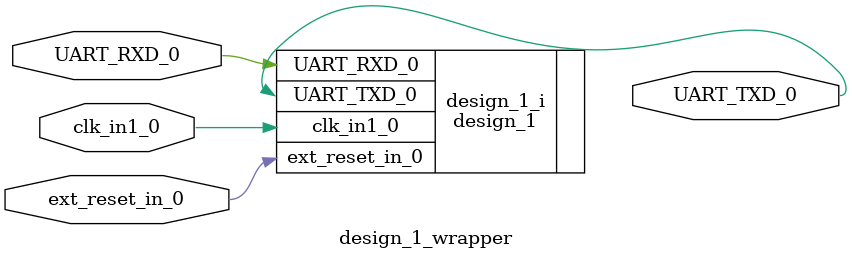
<source format=v>
`timescale 1 ps / 1 ps

module design_1_wrapper
   (UART_RXD_0,
    UART_TXD_0,
    clk_in1_0,
    ext_reset_in_0);
  input UART_RXD_0;
  output UART_TXD_0;
  input clk_in1_0;
  input ext_reset_in_0;

  wire UART_RXD_0;
  wire UART_TXD_0;
  wire clk_in1_0;
  wire ext_reset_in_0;

  design_1 design_1_i
       (.UART_RXD_0(UART_RXD_0),
        .UART_TXD_0(UART_TXD_0),
        .clk_in1_0(clk_in1_0),
        .ext_reset_in_0(ext_reset_in_0));
endmodule

</source>
